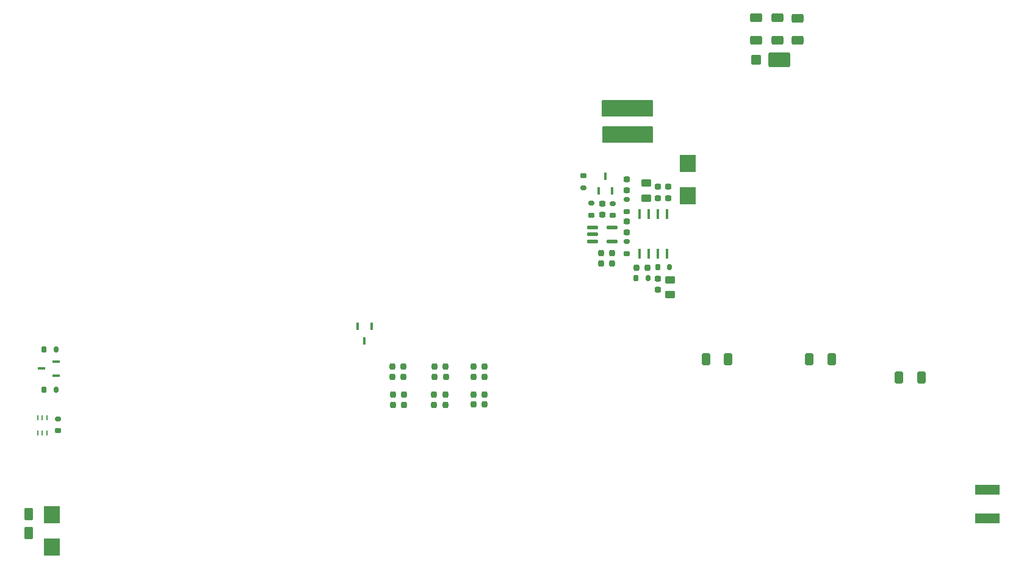
<source format=gbr>
%TF.GenerationSoftware,KiCad,Pcbnew,8.0.4*%
%TF.CreationDate,2024-10-07T12:26:18+07:00*%
%TF.ProjectId,PFC & LLC,50464320-2620-44c4-9c43-2e6b69636164,rev?*%
%TF.SameCoordinates,Original*%
%TF.FileFunction,Paste,Bot*%
%TF.FilePolarity,Positive*%
%FSLAX46Y46*%
G04 Gerber Fmt 4.6, Leading zero omitted, Abs format (unit mm)*
G04 Created by KiCad (PCBNEW 8.0.4) date 2024-10-07 12:26:18*
%MOMM*%
%LPD*%
G01*
G04 APERTURE LIST*
G04 Aperture macros list*
%AMRoundRect*
0 Rectangle with rounded corners*
0 $1 Rounding radius*
0 $2 $3 $4 $5 $6 $7 $8 $9 X,Y pos of 4 corners*
0 Add a 4 corners polygon primitive as box body*
4,1,4,$2,$3,$4,$5,$6,$7,$8,$9,$2,$3,0*
0 Add four circle primitives for the rounded corners*
1,1,$1+$1,$2,$3*
1,1,$1+$1,$4,$5*
1,1,$1+$1,$6,$7*
1,1,$1+$1,$8,$9*
0 Add four rect primitives between the rounded corners*
20,1,$1+$1,$2,$3,$4,$5,0*
20,1,$1+$1,$4,$5,$6,$7,0*
20,1,$1+$1,$6,$7,$8,$9,0*
20,1,$1+$1,$8,$9,$2,$3,0*%
G04 Aperture macros list end*
%ADD10C,0.200000*%
%ADD11RoundRect,0.199600X0.224600X-0.199600X0.224600X0.199600X-0.224600X0.199600X-0.224600X-0.199600X0*%
%ADD12RoundRect,0.228383X0.445817X-0.308317X0.445817X0.308317X-0.445817X0.308317X-0.445817X-0.308317X0*%
%ADD13R,3.408400X1.468400*%
%ADD14RoundRect,0.199600X-0.199600X-0.224600X0.199600X-0.224600X0.199600X0.224600X-0.199600X0.224600X0*%
%ADD15RoundRect,0.230462X-0.368738X-0.593738X0.368738X-0.593738X0.368738X0.593738X-0.368738X0.593738X0*%
%ADD16R,0.254000X0.635000*%
%ADD17RoundRect,0.207128X-0.402072X0.647072X-0.402072X-0.647072X0.402072X-0.647072X0.402072X0.647072X0*%
%ADD18RoundRect,0.230462X0.593738X-0.368738X0.593738X0.368738X-0.593738X0.368738X-0.593738X-0.368738X0*%
%ADD19RoundRect,0.199600X-0.224600X0.199600X-0.224600X-0.199600X0.224600X-0.199600X0.224600X0.199600X0*%
%ADD20RoundRect,0.170600X-0.244100X0.170600X-0.244100X-0.170600X0.244100X-0.170600X0.244100X0.170600X0*%
%ADD21RoundRect,0.174600X-0.249600X0.174600X-0.249600X-0.174600X0.249600X-0.174600X0.249600X0.174600X0*%
%ADD22RoundRect,0.199600X0.199600X0.224600X-0.199600X0.224600X-0.199600X-0.224600X0.199600X-0.224600X0*%
%ADD23RoundRect,0.238455X1.260745X0.810745X-1.260745X0.810745X-1.260745X-0.810745X1.260745X-0.810745X0*%
%ADD24RoundRect,0.233067X0.466133X0.476133X-0.466133X0.476133X-0.466133X-0.476133X0.466133X-0.476133X0*%
%ADD25R,0.431800X1.066800*%
%ADD26RoundRect,0.137100X-0.592100X-0.137100X0.592100X-0.137100X0.592100X0.137100X-0.592100X0.137100X0*%
%ADD27RoundRect,0.170600X0.170600X0.244100X-0.170600X0.244100X-0.170600X-0.244100X0.170600X-0.244100X0*%
%ADD28RoundRect,0.174600X0.174600X0.249600X-0.174600X0.249600X-0.174600X-0.249600X0.174600X-0.249600X0*%
%ADD29R,2.298400X2.398400*%
%ADD30R,0.431800X1.358900*%
%ADD31RoundRect,0.170600X0.244100X-0.170600X0.244100X0.170600X-0.244100X0.170600X-0.244100X-0.170600X0*%
%ADD32RoundRect,0.174600X0.249600X-0.174600X0.249600X0.174600X-0.249600X0.174600X-0.249600X-0.174600X0*%
%ADD33R,1.066800X0.431800*%
%ADD34RoundRect,0.228383X-0.445817X0.308317X-0.445817X-0.308317X0.445817X-0.308317X0.445817X0.308317X0*%
G04 APERTURE END LIST*
D10*
X104013000Y-57734200D02*
X110896400Y-57734200D01*
X110896400Y-59791600D01*
X104013000Y-59791600D01*
X104013000Y-57734200D01*
G36*
X104013000Y-57734200D02*
G01*
X110896400Y-57734200D01*
X110896400Y-59791600D01*
X104013000Y-59791600D01*
X104013000Y-57734200D01*
G37*
X104026000Y-61384800D02*
X110909400Y-61384800D01*
X110909400Y-63442200D01*
X104026000Y-63442200D01*
X104026000Y-61384800D01*
G36*
X104026000Y-61384800D02*
G01*
X110909400Y-61384800D01*
X110909400Y-63442200D01*
X104026000Y-63442200D01*
X104026000Y-61384800D01*
G37*
D11*
%TO.C,C14*%
X111709200Y-83959350D03*
X111709200Y-82409350D03*
%TD*%
D12*
%TO.C,C13*%
X113360200Y-84637650D03*
X113360200Y-82562650D03*
%TD*%
D13*
%TO.C,C29*%
X157378400Y-115725800D03*
X157378400Y-111691800D03*
%TD*%
D14*
%TO.C,C27*%
X103796800Y-78891750D03*
X105346800Y-78891750D03*
%TD*%
D15*
%TO.C,R19*%
X132714400Y-93642800D03*
X135814400Y-93642800D03*
%TD*%
D14*
%TO.C,C15*%
X108699000Y-80872950D03*
X110249000Y-80872950D03*
%TD*%
D16*
%TO.C,D15*%
X26948800Y-103853600D03*
X26288400Y-103853600D03*
X25628000Y-103853600D03*
X25628000Y-101770800D03*
X26288400Y-101770800D03*
X26948800Y-101770800D03*
%TD*%
D17*
%TO.C,C74*%
X24398100Y-115128800D03*
X24398100Y-117728800D03*
%TD*%
D14*
%TO.C,C79*%
X74854400Y-94631401D03*
X76404400Y-94631401D03*
%TD*%
D18*
%TO.C,R15*%
X128244600Y-49320400D03*
X128244600Y-46220400D03*
%TD*%
D19*
%TO.C,C16*%
X107340400Y-68591750D03*
X107340400Y-70141750D03*
%TD*%
D11*
%TO.C,C18*%
X107340400Y-75983750D03*
X107340400Y-74433750D03*
%TD*%
D20*
%TO.C,R22*%
X105371000Y-71971150D03*
D21*
X105371000Y-73621150D03*
%TD*%
D19*
%TO.C,C20*%
X113157000Y-69683950D03*
X113157000Y-71233950D03*
%TD*%
D14*
%TO.C,C77*%
X80720600Y-96053801D03*
X82270600Y-96053801D03*
%TD*%
D22*
%TO.C,C28*%
X105346800Y-80314150D03*
X103796800Y-80314150D03*
%TD*%
D23*
%TO.C,D3*%
X128540200Y-52037600D03*
D24*
X125320200Y-52037600D03*
%TD*%
D14*
%TO.C,C92*%
X74930600Y-99940001D03*
X76480600Y-99940001D03*
%TD*%
D20*
%TO.C,R12*%
X107352200Y-71437750D03*
D21*
X107352200Y-73087750D03*
%TD*%
D18*
%TO.C,R16*%
X125320200Y-49330300D03*
X125320200Y-46230300D03*
%TD*%
D25*
%TO.C,D14*%
X70042999Y-89066800D03*
X71943001Y-89066800D03*
X70993000Y-91098800D03*
%TD*%
D26*
%TO.C,U4*%
X102637600Y-77225550D03*
X102637600Y-76275550D03*
X102637600Y-75325550D03*
X105337600Y-75325550D03*
X105337600Y-77225550D03*
%TD*%
D14*
%TO.C,C78*%
X86067600Y-96028401D03*
X87617600Y-96028401D03*
%TD*%
D25*
%TO.C,Q3*%
X105344001Y-70255750D03*
X103443999Y-70255750D03*
X104394000Y-68223750D03*
%TD*%
D14*
%TO.C,C87*%
X80644400Y-99914601D03*
X82194400Y-99914601D03*
%TD*%
D18*
%TO.C,R14*%
X105169000Y-62172800D03*
X105169000Y-59072800D03*
%TD*%
D19*
%TO.C,C26*%
X103936800Y-72020750D03*
X103936800Y-73570750D03*
%TD*%
D18*
%TO.C,R11*%
X109868000Y-62172800D03*
X109868000Y-59072800D03*
%TD*%
D27*
%TO.C,R8*%
X113321200Y-80859350D03*
D28*
X111671200Y-80859350D03*
%TD*%
D27*
%TO.C,R62*%
X28168600Y-97794800D03*
D28*
X26518600Y-97794800D03*
%TD*%
D18*
%TO.C,R17*%
X131064000Y-49345800D03*
X131064000Y-46245800D03*
%TD*%
D29*
%TO.C,C8*%
X115798600Y-70935200D03*
X115798600Y-66464800D03*
%TD*%
D30*
%TO.C,U3*%
X112953800Y-78942550D03*
X111683800Y-78942550D03*
X110413800Y-78942550D03*
X109143800Y-78942550D03*
X109143800Y-73494250D03*
X110413800Y-73494250D03*
X111683800Y-73494250D03*
X112953800Y-73494250D03*
%TD*%
D14*
%TO.C,C88*%
X86067600Y-99889201D03*
X87617600Y-99889201D03*
%TD*%
%TO.C,C89*%
X74943000Y-98543001D03*
X76493000Y-98543001D03*
%TD*%
D15*
%TO.C,R20*%
X118338000Y-93642800D03*
X121438000Y-93642800D03*
%TD*%
D27*
%TO.C,R63*%
X28168600Y-92283000D03*
D28*
X26518600Y-92283000D03*
%TD*%
D14*
%TO.C,C84*%
X74854400Y-96079201D03*
X76404400Y-96079201D03*
%TD*%
%TO.C,C90*%
X80644400Y-98517601D03*
X82194400Y-98517601D03*
%TD*%
D20*
%TO.C,R23*%
X102475400Y-71945750D03*
D21*
X102475400Y-73595750D03*
%TD*%
D20*
%TO.C,R59*%
X28485200Y-101886000D03*
D21*
X28485200Y-103536000D03*
%TD*%
D29*
%TO.C,C72*%
X27609800Y-115177800D03*
X27609800Y-119648200D03*
%TD*%
D14*
%TO.C,C82*%
X80695200Y-94606001D03*
X82245200Y-94606001D03*
%TD*%
%TO.C,C91*%
X86067600Y-98492201D03*
X87617600Y-98492201D03*
%TD*%
D20*
%TO.C,R9*%
X107340400Y-77292550D03*
D21*
X107340400Y-78942550D03*
%TD*%
D14*
%TO.C,C83*%
X86067600Y-94580601D03*
X87617600Y-94580601D03*
%TD*%
D31*
%TO.C,R21*%
X101308800Y-69810350D03*
D32*
X101308800Y-68160350D03*
%TD*%
D18*
%TO.C,R13*%
X107594400Y-62172800D03*
X107594400Y-59072800D03*
%TD*%
D15*
%TO.C,R18*%
X145160400Y-96182800D03*
X148260400Y-96182800D03*
%TD*%
D27*
%TO.C,R10*%
X110298600Y-82383350D03*
D28*
X108648600Y-82383350D03*
%TD*%
D19*
%TO.C,C19*%
X111683800Y-69683950D03*
X111683800Y-71233950D03*
%TD*%
D33*
%TO.C,D16*%
X28168600Y-93962799D03*
X28168600Y-95862801D03*
X26136600Y-94912800D03*
%TD*%
D34*
%TO.C,C21*%
X110032800Y-69158050D03*
X110032800Y-71233050D03*
%TD*%
M02*

</source>
